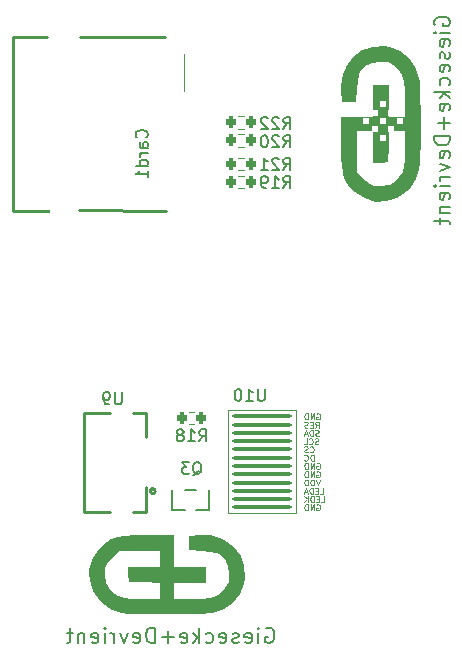
<source format=gbo>
%TF.GenerationSoftware,KiCad,Pcbnew,(6.0.7)*%
%TF.CreationDate,2022-08-03T19:32:55+08:00*%
%TF.ProjectId,Egret,45677265-742e-46b6-9963-61645f706362,rev?*%
%TF.SameCoordinates,Original*%
%TF.FileFunction,Legend,Bot*%
%TF.FilePolarity,Positive*%
%FSLAX46Y46*%
G04 Gerber Fmt 4.6, Leading zero omitted, Abs format (unit mm)*
G04 Created by KiCad (PCBNEW (6.0.7)) date 2022-08-03 19:32:55*
%MOMM*%
%LPD*%
G01*
G04 APERTURE LIST*
G04 Aperture macros list*
%AMRoundRect*
0 Rectangle with rounded corners*
0 $1 Rounding radius*
0 $2 $3 $4 $5 $6 $7 $8 $9 X,Y pos of 4 corners*
0 Add a 4 corners polygon primitive as box body*
4,1,4,$2,$3,$4,$5,$6,$7,$8,$9,$2,$3,0*
0 Add four circle primitives for the rounded corners*
1,1,$1+$1,$2,$3*
1,1,$1+$1,$4,$5*
1,1,$1+$1,$6,$7*
1,1,$1+$1,$8,$9*
0 Add four rect primitives between the rounded corners*
20,1,$1+$1,$2,$3,$4,$5,0*
20,1,$1+$1,$4,$5,$6,$7,0*
20,1,$1+$1,$6,$7,$8,$9,0*
20,1,$1+$1,$8,$9,$2,$3,0*%
G04 Aperture macros list end*
%ADD10C,0.100000*%
%ADD11C,0.200000*%
%ADD12C,0.300000*%
%ADD13C,0.150000*%
%ADD14C,0.120000*%
%ADD15C,0.152000*%
%ADD16C,0.254000*%
%ADD17C,0.102000*%
%ADD18C,0.650000*%
%ADD19O,2.100000X1.000000*%
%ADD20O,1.900000X1.000000*%
%ADD21C,0.610000*%
%ADD22RoundRect,0.200000X-0.200000X-0.275000X0.200000X-0.275000X0.200000X0.275000X-0.200000X0.275000X0*%
%ADD23R,0.532000X1.070000*%
%ADD24R,1.500000X0.300000*%
%ADD25R,1.500000X2.000000*%
%ADD26C,1.000000*%
%ADD27R,1.600000X0.700000*%
%ADD28R,1.500000X1.200000*%
%ADD29R,2.200000X1.200000*%
%ADD30R,1.500000X1.600000*%
%ADD31RoundRect,0.087500X-2.412500X-0.087500X2.412500X-0.087500X2.412500X0.087500X-2.412500X0.087500X0*%
%ADD32RoundRect,0.200000X0.200000X0.275000X-0.200000X0.275000X-0.200000X-0.275000X0.200000X-0.275000X0*%
G04 APERTURE END LIST*
D10*
X160924285Y-119219090D02*
X160971904Y-119195280D01*
X161043333Y-119195280D01*
X161114761Y-119219090D01*
X161162380Y-119266709D01*
X161186190Y-119314328D01*
X161209999Y-119409566D01*
X161209999Y-119480994D01*
X161186190Y-119576232D01*
X161162380Y-119623851D01*
X161114761Y-119671470D01*
X161043333Y-119695280D01*
X160995713Y-119695280D01*
X160924285Y-119671470D01*
X160900475Y-119647661D01*
X160900475Y-119480994D01*
X160995713Y-119480994D01*
X160686190Y-119695280D02*
X160686190Y-119195280D01*
X160400475Y-119695280D01*
X160400475Y-119195280D01*
X160162380Y-119695280D02*
X160162380Y-119195280D01*
X160043333Y-119195280D01*
X159971904Y-119219090D01*
X159924285Y-119266709D01*
X159900475Y-119314328D01*
X159876666Y-119409566D01*
X159876666Y-119480994D01*
X159900475Y-119576232D01*
X159924285Y-119623851D01*
X159971904Y-119671470D01*
X160043333Y-119695280D01*
X160162380Y-119695280D01*
D11*
X170950000Y-78644285D02*
X170888095Y-78520476D01*
X170888095Y-78334761D01*
X170950000Y-78149047D01*
X171073809Y-78025238D01*
X171197619Y-77963333D01*
X171445238Y-77901428D01*
X171630952Y-77901428D01*
X171878571Y-77963333D01*
X172002380Y-78025238D01*
X172126190Y-78149047D01*
X172188095Y-78334761D01*
X172188095Y-78458571D01*
X172126190Y-78644285D01*
X172064285Y-78706190D01*
X171630952Y-78706190D01*
X171630952Y-78458571D01*
X172188095Y-79263333D02*
X171321428Y-79263333D01*
X170888095Y-79263333D02*
X170950000Y-79201428D01*
X171011904Y-79263333D01*
X170950000Y-79325238D01*
X170888095Y-79263333D01*
X171011904Y-79263333D01*
X172126190Y-80377619D02*
X172188095Y-80253809D01*
X172188095Y-80006190D01*
X172126190Y-79882380D01*
X172002380Y-79820476D01*
X171507142Y-79820476D01*
X171383333Y-79882380D01*
X171321428Y-80006190D01*
X171321428Y-80253809D01*
X171383333Y-80377619D01*
X171507142Y-80439523D01*
X171630952Y-80439523D01*
X171754761Y-79820476D01*
X172126190Y-80934761D02*
X172188095Y-81058571D01*
X172188095Y-81306190D01*
X172126190Y-81430000D01*
X172002380Y-81491904D01*
X171940476Y-81491904D01*
X171816666Y-81430000D01*
X171754761Y-81306190D01*
X171754761Y-81120476D01*
X171692857Y-80996666D01*
X171569047Y-80934761D01*
X171507142Y-80934761D01*
X171383333Y-80996666D01*
X171321428Y-81120476D01*
X171321428Y-81306190D01*
X171383333Y-81430000D01*
X172126190Y-82544285D02*
X172188095Y-82420476D01*
X172188095Y-82172857D01*
X172126190Y-82049047D01*
X172002380Y-81987142D01*
X171507142Y-81987142D01*
X171383333Y-82049047D01*
X171321428Y-82172857D01*
X171321428Y-82420476D01*
X171383333Y-82544285D01*
X171507142Y-82606190D01*
X171630952Y-82606190D01*
X171754761Y-81987142D01*
X172126190Y-83720476D02*
X172188095Y-83596666D01*
X172188095Y-83349047D01*
X172126190Y-83225238D01*
X172064285Y-83163333D01*
X171940476Y-83101428D01*
X171569047Y-83101428D01*
X171445238Y-83163333D01*
X171383333Y-83225238D01*
X171321428Y-83349047D01*
X171321428Y-83596666D01*
X171383333Y-83720476D01*
X172188095Y-84277619D02*
X170888095Y-84277619D01*
X171692857Y-84401428D02*
X172188095Y-84772857D01*
X171321428Y-84772857D02*
X171816666Y-84277619D01*
X172126190Y-85825238D02*
X172188095Y-85701428D01*
X172188095Y-85453809D01*
X172126190Y-85330000D01*
X172002380Y-85268095D01*
X171507142Y-85268095D01*
X171383333Y-85330000D01*
X171321428Y-85453809D01*
X171321428Y-85701428D01*
X171383333Y-85825238D01*
X171507142Y-85887142D01*
X171630952Y-85887142D01*
X171754761Y-85268095D01*
X171692857Y-86444285D02*
X171692857Y-87434761D01*
X172188095Y-86939523D02*
X171197619Y-86939523D01*
X172188095Y-88053809D02*
X170888095Y-88053809D01*
X170888095Y-88363333D01*
X170950000Y-88549047D01*
X171073809Y-88672857D01*
X171197619Y-88734761D01*
X171445238Y-88796666D01*
X171630952Y-88796666D01*
X171878571Y-88734761D01*
X172002380Y-88672857D01*
X172126190Y-88549047D01*
X172188095Y-88363333D01*
X172188095Y-88053809D01*
X172126190Y-89849047D02*
X172188095Y-89725238D01*
X172188095Y-89477619D01*
X172126190Y-89353809D01*
X172002380Y-89291904D01*
X171507142Y-89291904D01*
X171383333Y-89353809D01*
X171321428Y-89477619D01*
X171321428Y-89725238D01*
X171383333Y-89849047D01*
X171507142Y-89910952D01*
X171630952Y-89910952D01*
X171754761Y-89291904D01*
X171321428Y-90344285D02*
X172188095Y-90653809D01*
X171321428Y-90963333D01*
X172188095Y-91458571D02*
X171321428Y-91458571D01*
X171569047Y-91458571D02*
X171445238Y-91520476D01*
X171383333Y-91582380D01*
X171321428Y-91706190D01*
X171321428Y-91830000D01*
X172188095Y-92263333D02*
X171321428Y-92263333D01*
X170888095Y-92263333D02*
X170950000Y-92201428D01*
X171011904Y-92263333D01*
X170950000Y-92325238D01*
X170888095Y-92263333D01*
X171011904Y-92263333D01*
X172126190Y-93377619D02*
X172188095Y-93253809D01*
X172188095Y-93006190D01*
X172126190Y-92882380D01*
X172002380Y-92820476D01*
X171507142Y-92820476D01*
X171383333Y-92882380D01*
X171321428Y-93006190D01*
X171321428Y-93253809D01*
X171383333Y-93377619D01*
X171507142Y-93439523D01*
X171630952Y-93439523D01*
X171754761Y-92820476D01*
X171321428Y-93996666D02*
X172188095Y-93996666D01*
X171445238Y-93996666D02*
X171383333Y-94058571D01*
X171321428Y-94182380D01*
X171321428Y-94368095D01*
X171383333Y-94491904D01*
X171507142Y-94553809D01*
X172188095Y-94553809D01*
X171321428Y-94987142D02*
X171321428Y-95482380D01*
X170888095Y-95172857D02*
X172002380Y-95172857D01*
X172126190Y-95234761D01*
X172188095Y-95358571D01*
X172188095Y-95482380D01*
D10*
X160805237Y-112704380D02*
X160971904Y-112466285D01*
X161090952Y-112704380D02*
X161090952Y-112204380D01*
X160900475Y-112204380D01*
X160852856Y-112228190D01*
X160829047Y-112251999D01*
X160805237Y-112299618D01*
X160805237Y-112371047D01*
X160829047Y-112418666D01*
X160852856Y-112442475D01*
X160900475Y-112466285D01*
X161090952Y-112466285D01*
X160590952Y-112442475D02*
X160424285Y-112442475D01*
X160352856Y-112704380D02*
X160590952Y-112704380D01*
X160590952Y-112204380D01*
X160352856Y-112204380D01*
X160162380Y-112680570D02*
X160090952Y-112704380D01*
X159971904Y-112704380D01*
X159924285Y-112680570D01*
X159900475Y-112656761D01*
X159876666Y-112609142D01*
X159876666Y-112561523D01*
X159900475Y-112513904D01*
X159924285Y-112490094D01*
X159971904Y-112466285D01*
X160067142Y-112442475D01*
X160114761Y-112418666D01*
X160138571Y-112394856D01*
X160162380Y-112347237D01*
X160162380Y-112299618D01*
X160138571Y-112251999D01*
X160114761Y-112228190D01*
X160067142Y-112204380D01*
X159948094Y-112204380D01*
X159876666Y-112228190D01*
X161281428Y-118996190D02*
X161519523Y-118996190D01*
X161519523Y-118496190D01*
X161114761Y-118734285D02*
X160948095Y-118734285D01*
X160876666Y-118996190D02*
X161114761Y-118996190D01*
X161114761Y-118496190D01*
X160876666Y-118496190D01*
X160662380Y-118996190D02*
X160662380Y-118496190D01*
X160543333Y-118496190D01*
X160471904Y-118520000D01*
X160424285Y-118567619D01*
X160400476Y-118615238D01*
X160376666Y-118710476D01*
X160376666Y-118781904D01*
X160400476Y-118877142D01*
X160424285Y-118924761D01*
X160471904Y-118972380D01*
X160543333Y-118996190D01*
X160662380Y-118996190D01*
X160162380Y-118996190D02*
X160162380Y-118496190D01*
X159876666Y-118996190D02*
X160090952Y-118710476D01*
X159876666Y-118496190D02*
X160162380Y-118781904D01*
X161090951Y-113379660D02*
X161019523Y-113403470D01*
X160900475Y-113403470D01*
X160852856Y-113379660D01*
X160829047Y-113355851D01*
X160805237Y-113308232D01*
X160805237Y-113260613D01*
X160829047Y-113212994D01*
X160852856Y-113189184D01*
X160900475Y-113165375D01*
X160995713Y-113141565D01*
X161043332Y-113117756D01*
X161067142Y-113093946D01*
X161090951Y-113046327D01*
X161090951Y-112998708D01*
X161067142Y-112951089D01*
X161043332Y-112927280D01*
X160995713Y-112903470D01*
X160876666Y-112903470D01*
X160805237Y-112927280D01*
X160590951Y-113403470D02*
X160590951Y-112903470D01*
X160471904Y-112903470D01*
X160400475Y-112927280D01*
X160352856Y-112974899D01*
X160329047Y-113022518D01*
X160305237Y-113117756D01*
X160305237Y-113189184D01*
X160329047Y-113284422D01*
X160352856Y-113332041D01*
X160400475Y-113379660D01*
X160471904Y-113403470D01*
X160590951Y-113403470D01*
X160114761Y-113260613D02*
X159876666Y-113260613D01*
X160162380Y-113403470D02*
X159995713Y-112903470D01*
X159829047Y-113403470D01*
X161067142Y-114078750D02*
X160995713Y-114102560D01*
X160876665Y-114102560D01*
X160829046Y-114078750D01*
X160805237Y-114054941D01*
X160781427Y-114007322D01*
X160781427Y-113959703D01*
X160805237Y-113912084D01*
X160829046Y-113888274D01*
X160876665Y-113864465D01*
X160971904Y-113840655D01*
X161019523Y-113816846D01*
X161043332Y-113793036D01*
X161067142Y-113745417D01*
X161067142Y-113697798D01*
X161043332Y-113650179D01*
X161019523Y-113626370D01*
X160971904Y-113602560D01*
X160852856Y-113602560D01*
X160781427Y-113626370D01*
X160281427Y-114054941D02*
X160305237Y-114078750D01*
X160376665Y-114102560D01*
X160424284Y-114102560D01*
X160495713Y-114078750D01*
X160543332Y-114031131D01*
X160567142Y-113983512D01*
X160590951Y-113888274D01*
X160590951Y-113816846D01*
X160567142Y-113721608D01*
X160543332Y-113673989D01*
X160495713Y-113626370D01*
X160424284Y-113602560D01*
X160376665Y-113602560D01*
X160305237Y-113626370D01*
X160281427Y-113650179D01*
X159829046Y-114102560D02*
X160067142Y-114102560D01*
X160067142Y-113602560D01*
X160924285Y-116422730D02*
X160971904Y-116398920D01*
X161043333Y-116398920D01*
X161114761Y-116422730D01*
X161162380Y-116470349D01*
X161186190Y-116517968D01*
X161209999Y-116613206D01*
X161209999Y-116684634D01*
X161186190Y-116779872D01*
X161162380Y-116827491D01*
X161114761Y-116875110D01*
X161043333Y-116898920D01*
X160995713Y-116898920D01*
X160924285Y-116875110D01*
X160900475Y-116851301D01*
X160900475Y-116684634D01*
X160995713Y-116684634D01*
X160686190Y-116898920D02*
X160686190Y-116398920D01*
X160400475Y-116898920D01*
X160400475Y-116398920D01*
X160162380Y-116898920D02*
X160162380Y-116398920D01*
X160043333Y-116398920D01*
X159971904Y-116422730D01*
X159924285Y-116470349D01*
X159900475Y-116517968D01*
X159876666Y-116613206D01*
X159876666Y-116684634D01*
X159900475Y-116779872D01*
X159924285Y-116827491D01*
X159971904Y-116875110D01*
X160043333Y-116898920D01*
X160162380Y-116898920D01*
X160352856Y-114754031D02*
X160376665Y-114777840D01*
X160448094Y-114801650D01*
X160495713Y-114801650D01*
X160567142Y-114777840D01*
X160614761Y-114730221D01*
X160638570Y-114682602D01*
X160662380Y-114587364D01*
X160662380Y-114515936D01*
X160638570Y-114420698D01*
X160614761Y-114373079D01*
X160567142Y-114325460D01*
X160495713Y-114301650D01*
X160448094Y-114301650D01*
X160376665Y-114325460D01*
X160352856Y-114349269D01*
X160162380Y-114777840D02*
X160090951Y-114801650D01*
X159971903Y-114801650D01*
X159924284Y-114777840D01*
X159900475Y-114754031D01*
X159876665Y-114706412D01*
X159876665Y-114658793D01*
X159900475Y-114611174D01*
X159924284Y-114587364D01*
X159971903Y-114563555D01*
X160067142Y-114539745D01*
X160114761Y-114515936D01*
X160138570Y-114492126D01*
X160162380Y-114444507D01*
X160162380Y-114396888D01*
X160138570Y-114349269D01*
X160114761Y-114325460D01*
X160067142Y-114301650D01*
X159948094Y-114301650D01*
X159876665Y-114325460D01*
X160924285Y-115723640D02*
X160971904Y-115699830D01*
X161043333Y-115699830D01*
X161114761Y-115723640D01*
X161162380Y-115771259D01*
X161186190Y-115818878D01*
X161209999Y-115914116D01*
X161209999Y-115985544D01*
X161186190Y-116080782D01*
X161162380Y-116128401D01*
X161114761Y-116176020D01*
X161043333Y-116199830D01*
X160995713Y-116199830D01*
X160924285Y-116176020D01*
X160900475Y-116152211D01*
X160900475Y-115985544D01*
X160995713Y-115985544D01*
X160686190Y-116199830D02*
X160686190Y-115699830D01*
X160400475Y-116199830D01*
X160400475Y-115699830D01*
X160162380Y-116199830D02*
X160162380Y-115699830D01*
X160043333Y-115699830D01*
X159971904Y-115723640D01*
X159924285Y-115771259D01*
X159900475Y-115818878D01*
X159876666Y-115914116D01*
X159876666Y-115985544D01*
X159900475Y-116080782D01*
X159924285Y-116128401D01*
X159971904Y-116176020D01*
X160043333Y-116199830D01*
X160162380Y-116199830D01*
X161162380Y-117098010D02*
X160995714Y-117598010D01*
X160829047Y-117098010D01*
X160662380Y-117598010D02*
X160662380Y-117098010D01*
X160543333Y-117098010D01*
X160471904Y-117121820D01*
X160424285Y-117169439D01*
X160400475Y-117217058D01*
X160376666Y-117312296D01*
X160376666Y-117383724D01*
X160400475Y-117478962D01*
X160424285Y-117526581D01*
X160471904Y-117574200D01*
X160543333Y-117598010D01*
X160662380Y-117598010D01*
X160162380Y-117598010D02*
X160162380Y-117098010D01*
X160043333Y-117098010D01*
X159971904Y-117121820D01*
X159924285Y-117169439D01*
X159900475Y-117217058D01*
X159876666Y-117312296D01*
X159876666Y-117383724D01*
X159900475Y-117478962D01*
X159924285Y-117526581D01*
X159971904Y-117574200D01*
X160043333Y-117598010D01*
X160162380Y-117598010D01*
D11*
X156605714Y-129710000D02*
X156729523Y-129648095D01*
X156915238Y-129648095D01*
X157100952Y-129710000D01*
X157224761Y-129833809D01*
X157286666Y-129957619D01*
X157348571Y-130205238D01*
X157348571Y-130390952D01*
X157286666Y-130638571D01*
X157224761Y-130762380D01*
X157100952Y-130886190D01*
X156915238Y-130948095D01*
X156791428Y-130948095D01*
X156605714Y-130886190D01*
X156543809Y-130824285D01*
X156543809Y-130390952D01*
X156791428Y-130390952D01*
X155986666Y-130948095D02*
X155986666Y-130081428D01*
X155986666Y-129648095D02*
X156048571Y-129710000D01*
X155986666Y-129771904D01*
X155924761Y-129710000D01*
X155986666Y-129648095D01*
X155986666Y-129771904D01*
X154872380Y-130886190D02*
X154996190Y-130948095D01*
X155243809Y-130948095D01*
X155367619Y-130886190D01*
X155429523Y-130762380D01*
X155429523Y-130267142D01*
X155367619Y-130143333D01*
X155243809Y-130081428D01*
X154996190Y-130081428D01*
X154872380Y-130143333D01*
X154810476Y-130267142D01*
X154810476Y-130390952D01*
X155429523Y-130514761D01*
X154315238Y-130886190D02*
X154191428Y-130948095D01*
X153943809Y-130948095D01*
X153820000Y-130886190D01*
X153758095Y-130762380D01*
X153758095Y-130700476D01*
X153820000Y-130576666D01*
X153943809Y-130514761D01*
X154129523Y-130514761D01*
X154253333Y-130452857D01*
X154315238Y-130329047D01*
X154315238Y-130267142D01*
X154253333Y-130143333D01*
X154129523Y-130081428D01*
X153943809Y-130081428D01*
X153820000Y-130143333D01*
X152705714Y-130886190D02*
X152829523Y-130948095D01*
X153077142Y-130948095D01*
X153200952Y-130886190D01*
X153262857Y-130762380D01*
X153262857Y-130267142D01*
X153200952Y-130143333D01*
X153077142Y-130081428D01*
X152829523Y-130081428D01*
X152705714Y-130143333D01*
X152643809Y-130267142D01*
X152643809Y-130390952D01*
X153262857Y-130514761D01*
X151529523Y-130886190D02*
X151653333Y-130948095D01*
X151900952Y-130948095D01*
X152024761Y-130886190D01*
X152086666Y-130824285D01*
X152148571Y-130700476D01*
X152148571Y-130329047D01*
X152086666Y-130205238D01*
X152024761Y-130143333D01*
X151900952Y-130081428D01*
X151653333Y-130081428D01*
X151529523Y-130143333D01*
X150972380Y-130948095D02*
X150972380Y-129648095D01*
X150848571Y-130452857D02*
X150477142Y-130948095D01*
X150477142Y-130081428D02*
X150972380Y-130576666D01*
X149424761Y-130886190D02*
X149548571Y-130948095D01*
X149796190Y-130948095D01*
X149920000Y-130886190D01*
X149981904Y-130762380D01*
X149981904Y-130267142D01*
X149920000Y-130143333D01*
X149796190Y-130081428D01*
X149548571Y-130081428D01*
X149424761Y-130143333D01*
X149362857Y-130267142D01*
X149362857Y-130390952D01*
X149981904Y-130514761D01*
X148805714Y-130452857D02*
X147815238Y-130452857D01*
X148310476Y-130948095D02*
X148310476Y-129957619D01*
X147196190Y-130948095D02*
X147196190Y-129648095D01*
X146886666Y-129648095D01*
X146700952Y-129710000D01*
X146577142Y-129833809D01*
X146515238Y-129957619D01*
X146453333Y-130205238D01*
X146453333Y-130390952D01*
X146515238Y-130638571D01*
X146577142Y-130762380D01*
X146700952Y-130886190D01*
X146886666Y-130948095D01*
X147196190Y-130948095D01*
X145400952Y-130886190D02*
X145524761Y-130948095D01*
X145772380Y-130948095D01*
X145896190Y-130886190D01*
X145958095Y-130762380D01*
X145958095Y-130267142D01*
X145896190Y-130143333D01*
X145772380Y-130081428D01*
X145524761Y-130081428D01*
X145400952Y-130143333D01*
X145339047Y-130267142D01*
X145339047Y-130390952D01*
X145958095Y-130514761D01*
X144905714Y-130081428D02*
X144596190Y-130948095D01*
X144286666Y-130081428D01*
X143791428Y-130948095D02*
X143791428Y-130081428D01*
X143791428Y-130329047D02*
X143729523Y-130205238D01*
X143667619Y-130143333D01*
X143543809Y-130081428D01*
X143420000Y-130081428D01*
X142986666Y-130948095D02*
X142986666Y-130081428D01*
X142986666Y-129648095D02*
X143048571Y-129710000D01*
X142986666Y-129771904D01*
X142924761Y-129710000D01*
X142986666Y-129648095D01*
X142986666Y-129771904D01*
X141872380Y-130886190D02*
X141996190Y-130948095D01*
X142243809Y-130948095D01*
X142367619Y-130886190D01*
X142429523Y-130762380D01*
X142429523Y-130267142D01*
X142367619Y-130143333D01*
X142243809Y-130081428D01*
X141996190Y-130081428D01*
X141872380Y-130143333D01*
X141810476Y-130267142D01*
X141810476Y-130390952D01*
X142429523Y-130514761D01*
X141253333Y-130081428D02*
X141253333Y-130948095D01*
X141253333Y-130205238D02*
X141191428Y-130143333D01*
X141067619Y-130081428D01*
X140881904Y-130081428D01*
X140758095Y-130143333D01*
X140696190Y-130267142D01*
X140696190Y-130948095D01*
X140262857Y-130081428D02*
X139767619Y-130081428D01*
X140077142Y-129648095D02*
X140077142Y-130762380D01*
X140015238Y-130886190D01*
X139891428Y-130948095D01*
X139767619Y-130948095D01*
D10*
X161209999Y-118297100D02*
X161448094Y-118297100D01*
X161448094Y-117797100D01*
X161043332Y-118035195D02*
X160876665Y-118035195D01*
X160805237Y-118297100D02*
X161043332Y-118297100D01*
X161043332Y-117797100D01*
X160805237Y-117797100D01*
X160590951Y-118297100D02*
X160590951Y-117797100D01*
X160471904Y-117797100D01*
X160400475Y-117820910D01*
X160352856Y-117868529D01*
X160329046Y-117916148D01*
X160305237Y-118011386D01*
X160305237Y-118082814D01*
X160329046Y-118178052D01*
X160352856Y-118225671D01*
X160400475Y-118273290D01*
X160471904Y-118297100D01*
X160590951Y-118297100D01*
X160114761Y-118154243D02*
X159876665Y-118154243D01*
X160162380Y-118297100D02*
X159995713Y-117797100D01*
X159829046Y-118297100D01*
X160924285Y-111529100D02*
X160971904Y-111505290D01*
X161043333Y-111505290D01*
X161114761Y-111529100D01*
X161162380Y-111576719D01*
X161186190Y-111624338D01*
X161209999Y-111719576D01*
X161209999Y-111791004D01*
X161186190Y-111886242D01*
X161162380Y-111933861D01*
X161114761Y-111981480D01*
X161043333Y-112005290D01*
X160995713Y-112005290D01*
X160924285Y-111981480D01*
X160900475Y-111957671D01*
X160900475Y-111791004D01*
X160995713Y-111791004D01*
X160686190Y-112005290D02*
X160686190Y-111505290D01*
X160400475Y-112005290D01*
X160400475Y-111505290D01*
X160162380Y-112005290D02*
X160162380Y-111505290D01*
X160043333Y-111505290D01*
X159971904Y-111529100D01*
X159924285Y-111576719D01*
X159900475Y-111624338D01*
X159876666Y-111719576D01*
X159876666Y-111791004D01*
X159900475Y-111886242D01*
X159924285Y-111933861D01*
X159971904Y-111981480D01*
X160043333Y-112005290D01*
X160162380Y-112005290D01*
X160662380Y-115500740D02*
X160662380Y-115000740D01*
X160543332Y-115000740D01*
X160471904Y-115024550D01*
X160424285Y-115072169D01*
X160400475Y-115119788D01*
X160376666Y-115215026D01*
X160376666Y-115286454D01*
X160400475Y-115381692D01*
X160424285Y-115429311D01*
X160471904Y-115476930D01*
X160543332Y-115500740D01*
X160662380Y-115500740D01*
X159876666Y-115453121D02*
X159900475Y-115476930D01*
X159971904Y-115500740D01*
X160019523Y-115500740D01*
X160090951Y-115476930D01*
X160138570Y-115429311D01*
X160162380Y-115381692D01*
X160186189Y-115286454D01*
X160186189Y-115215026D01*
X160162380Y-115119788D01*
X160138570Y-115072169D01*
X160090951Y-115024550D01*
X160019523Y-115000740D01*
X159971904Y-115000740D01*
X159900475Y-115024550D01*
X159876666Y-115048359D01*
D12*
%TO.C,*%
D13*
%TO.C,R20*%
X158102857Y-88952380D02*
X158436190Y-88476190D01*
X158674285Y-88952380D02*
X158674285Y-87952380D01*
X158293333Y-87952380D01*
X158198095Y-88000000D01*
X158150476Y-88047619D01*
X158102857Y-88142857D01*
X158102857Y-88285714D01*
X158150476Y-88380952D01*
X158198095Y-88428571D01*
X158293333Y-88476190D01*
X158674285Y-88476190D01*
X157721904Y-88047619D02*
X157674285Y-88000000D01*
X157579047Y-87952380D01*
X157340952Y-87952380D01*
X157245714Y-88000000D01*
X157198095Y-88047619D01*
X157150476Y-88142857D01*
X157150476Y-88238095D01*
X157198095Y-88380952D01*
X157769523Y-88952380D01*
X157150476Y-88952380D01*
X156531428Y-87952380D02*
X156436190Y-87952380D01*
X156340952Y-88000000D01*
X156293333Y-88047619D01*
X156245714Y-88142857D01*
X156198095Y-88333333D01*
X156198095Y-88571428D01*
X156245714Y-88761904D01*
X156293333Y-88857142D01*
X156340952Y-88904761D01*
X156436190Y-88952380D01*
X156531428Y-88952380D01*
X156626666Y-88904761D01*
X156674285Y-88857142D01*
X156721904Y-88761904D01*
X156769523Y-88571428D01*
X156769523Y-88333333D01*
X156721904Y-88142857D01*
X156674285Y-88047619D01*
X156626666Y-88000000D01*
X156531428Y-87952380D01*
%TO.C,Q3*%
X150422738Y-116727619D02*
X150517976Y-116680000D01*
X150613214Y-116584761D01*
X150756071Y-116441904D01*
X150851309Y-116394285D01*
X150946547Y-116394285D01*
X150898928Y-116632380D02*
X150994166Y-116584761D01*
X151089404Y-116489523D01*
X151137023Y-116299047D01*
X151137023Y-115965714D01*
X151089404Y-115775238D01*
X150994166Y-115680000D01*
X150898928Y-115632380D01*
X150708452Y-115632380D01*
X150613214Y-115680000D01*
X150517976Y-115775238D01*
X150470357Y-115965714D01*
X150470357Y-116299047D01*
X150517976Y-116489523D01*
X150613214Y-116584761D01*
X150708452Y-116632380D01*
X150898928Y-116632380D01*
X150137023Y-115632380D02*
X149517976Y-115632380D01*
X149851309Y-116013333D01*
X149708452Y-116013333D01*
X149613214Y-116060952D01*
X149565595Y-116108571D01*
X149517976Y-116203809D01*
X149517976Y-116441904D01*
X149565595Y-116537142D01*
X149613214Y-116584761D01*
X149708452Y-116632380D01*
X149994166Y-116632380D01*
X150089404Y-116584761D01*
X150137023Y-116537142D01*
D12*
%TO.C,*%
D13*
%TO.C,U9*%
X144409404Y-109712380D02*
X144409404Y-110521904D01*
X144361785Y-110617142D01*
X144314166Y-110664761D01*
X144218928Y-110712380D01*
X144028452Y-110712380D01*
X143933214Y-110664761D01*
X143885595Y-110617142D01*
X143837976Y-110521904D01*
X143837976Y-109712380D01*
X143314166Y-110712380D02*
X143123690Y-110712380D01*
X143028452Y-110664761D01*
X142980833Y-110617142D01*
X142885595Y-110474285D01*
X142837976Y-110283809D01*
X142837976Y-109902857D01*
X142885595Y-109807619D01*
X142933214Y-109760000D01*
X143028452Y-109712380D01*
X143218928Y-109712380D01*
X143314166Y-109760000D01*
X143361785Y-109807619D01*
X143409404Y-109902857D01*
X143409404Y-110140952D01*
X143361785Y-110236190D01*
X143314166Y-110283809D01*
X143218928Y-110331428D01*
X143028452Y-110331428D01*
X142933214Y-110283809D01*
X142885595Y-110236190D01*
X142837976Y-110140952D01*
%TO.C,Card1*%
X146512142Y-88136071D02*
X146559761Y-88088452D01*
X146607380Y-87945595D01*
X146607380Y-87850357D01*
X146559761Y-87707500D01*
X146464523Y-87612261D01*
X146369285Y-87564642D01*
X146178809Y-87517023D01*
X146035952Y-87517023D01*
X145845476Y-87564642D01*
X145750238Y-87612261D01*
X145655000Y-87707500D01*
X145607380Y-87850357D01*
X145607380Y-87945595D01*
X145655000Y-88088452D01*
X145702619Y-88136071D01*
X146607380Y-88993214D02*
X146083571Y-88993214D01*
X145988333Y-88945595D01*
X145940714Y-88850357D01*
X145940714Y-88659880D01*
X145988333Y-88564642D01*
X146559761Y-88993214D02*
X146607380Y-88897976D01*
X146607380Y-88659880D01*
X146559761Y-88564642D01*
X146464523Y-88517023D01*
X146369285Y-88517023D01*
X146274047Y-88564642D01*
X146226428Y-88659880D01*
X146226428Y-88897976D01*
X146178809Y-88993214D01*
X146607380Y-89469404D02*
X145940714Y-89469404D01*
X146131190Y-89469404D02*
X146035952Y-89517023D01*
X145988333Y-89564642D01*
X145940714Y-89659880D01*
X145940714Y-89755119D01*
X146607380Y-90517023D02*
X145607380Y-90517023D01*
X146559761Y-90517023D02*
X146607380Y-90421785D01*
X146607380Y-90231309D01*
X146559761Y-90136071D01*
X146512142Y-90088452D01*
X146416904Y-90040833D01*
X146131190Y-90040833D01*
X146035952Y-90088452D01*
X145988333Y-90136071D01*
X145940714Y-90231309D01*
X145940714Y-90421785D01*
X145988333Y-90517023D01*
X146607380Y-91517023D02*
X146607380Y-90945595D01*
X146607380Y-91231309D02*
X145607380Y-91231309D01*
X145750238Y-91136071D01*
X145845476Y-91040833D01*
X145893095Y-90945595D01*
%TO.C,U10*%
X156508095Y-109432380D02*
X156508095Y-110241904D01*
X156460476Y-110337142D01*
X156412857Y-110384761D01*
X156317619Y-110432380D01*
X156127142Y-110432380D01*
X156031904Y-110384761D01*
X155984285Y-110337142D01*
X155936666Y-110241904D01*
X155936666Y-109432380D01*
X154936666Y-110432380D02*
X155508095Y-110432380D01*
X155222380Y-110432380D02*
X155222380Y-109432380D01*
X155317619Y-109575238D01*
X155412857Y-109670476D01*
X155508095Y-109718095D01*
X154317619Y-109432380D02*
X154222380Y-109432380D01*
X154127142Y-109480000D01*
X154079523Y-109527619D01*
X154031904Y-109622857D01*
X153984285Y-109813333D01*
X153984285Y-110051428D01*
X154031904Y-110241904D01*
X154079523Y-110337142D01*
X154127142Y-110384761D01*
X154222380Y-110432380D01*
X154317619Y-110432380D01*
X154412857Y-110384761D01*
X154460476Y-110337142D01*
X154508095Y-110241904D01*
X154555714Y-110051428D01*
X154555714Y-109813333D01*
X154508095Y-109622857D01*
X154460476Y-109527619D01*
X154412857Y-109480000D01*
X154317619Y-109432380D01*
%TO.C,R21*%
X158092857Y-90884380D02*
X158426190Y-90408190D01*
X158664285Y-90884380D02*
X158664285Y-89884380D01*
X158283333Y-89884380D01*
X158188095Y-89932000D01*
X158140476Y-89979619D01*
X158092857Y-90074857D01*
X158092857Y-90217714D01*
X158140476Y-90312952D01*
X158188095Y-90360571D01*
X158283333Y-90408190D01*
X158664285Y-90408190D01*
X157711904Y-89979619D02*
X157664285Y-89932000D01*
X157569047Y-89884380D01*
X157330952Y-89884380D01*
X157235714Y-89932000D01*
X157188095Y-89979619D01*
X157140476Y-90074857D01*
X157140476Y-90170095D01*
X157188095Y-90312952D01*
X157759523Y-90884380D01*
X157140476Y-90884380D01*
X156188095Y-90884380D02*
X156759523Y-90884380D01*
X156473809Y-90884380D02*
X156473809Y-89884380D01*
X156569047Y-90027238D01*
X156664285Y-90122476D01*
X156759523Y-90170095D01*
%TO.C,R22*%
X158102857Y-87432380D02*
X158436190Y-86956190D01*
X158674285Y-87432380D02*
X158674285Y-86432380D01*
X158293333Y-86432380D01*
X158198095Y-86480000D01*
X158150476Y-86527619D01*
X158102857Y-86622857D01*
X158102857Y-86765714D01*
X158150476Y-86860952D01*
X158198095Y-86908571D01*
X158293333Y-86956190D01*
X158674285Y-86956190D01*
X157721904Y-86527619D02*
X157674285Y-86480000D01*
X157579047Y-86432380D01*
X157340952Y-86432380D01*
X157245714Y-86480000D01*
X157198095Y-86527619D01*
X157150476Y-86622857D01*
X157150476Y-86718095D01*
X157198095Y-86860952D01*
X157769523Y-87432380D01*
X157150476Y-87432380D01*
X156769523Y-86527619D02*
X156721904Y-86480000D01*
X156626666Y-86432380D01*
X156388571Y-86432380D01*
X156293333Y-86480000D01*
X156245714Y-86527619D01*
X156198095Y-86622857D01*
X156198095Y-86718095D01*
X156245714Y-86860952D01*
X156817142Y-87432380D01*
X156198095Y-87432380D01*
%TO.C,R18*%
X150986190Y-113861480D02*
X151319523Y-113385290D01*
X151557618Y-113861480D02*
X151557618Y-112861480D01*
X151176666Y-112861480D01*
X151081428Y-112909100D01*
X151033809Y-112956719D01*
X150986190Y-113051957D01*
X150986190Y-113194814D01*
X151033809Y-113290052D01*
X151081428Y-113337671D01*
X151176666Y-113385290D01*
X151557618Y-113385290D01*
X150033809Y-113861480D02*
X150605237Y-113861480D01*
X150319523Y-113861480D02*
X150319523Y-112861480D01*
X150414761Y-113004338D01*
X150509999Y-113099576D01*
X150605237Y-113147195D01*
X149462380Y-113290052D02*
X149557618Y-113242433D01*
X149605237Y-113194814D01*
X149652856Y-113099576D01*
X149652856Y-113051957D01*
X149605237Y-112956719D01*
X149557618Y-112909100D01*
X149462380Y-112861480D01*
X149271904Y-112861480D01*
X149176666Y-112909100D01*
X149129047Y-112956719D01*
X149081428Y-113051957D01*
X149081428Y-113099576D01*
X149129047Y-113194814D01*
X149176666Y-113242433D01*
X149271904Y-113290052D01*
X149462380Y-113290052D01*
X149557618Y-113337671D01*
X149605237Y-113385290D01*
X149652856Y-113480528D01*
X149652856Y-113671004D01*
X149605237Y-113766242D01*
X149557618Y-113813861D01*
X149462380Y-113861480D01*
X149271904Y-113861480D01*
X149176666Y-113813861D01*
X149129047Y-113766242D01*
X149081428Y-113671004D01*
X149081428Y-113480528D01*
X149129047Y-113385290D01*
X149176666Y-113337671D01*
X149271904Y-113290052D01*
%TO.C,R19*%
X158092857Y-92414380D02*
X158426190Y-91938190D01*
X158664285Y-92414380D02*
X158664285Y-91414380D01*
X158283333Y-91414380D01*
X158188095Y-91462000D01*
X158140476Y-91509619D01*
X158092857Y-91604857D01*
X158092857Y-91747714D01*
X158140476Y-91842952D01*
X158188095Y-91890571D01*
X158283333Y-91938190D01*
X158664285Y-91938190D01*
X157140476Y-92414380D02*
X157711904Y-92414380D01*
X157426190Y-92414380D02*
X157426190Y-91414380D01*
X157521428Y-91557238D01*
X157616666Y-91652476D01*
X157711904Y-91700095D01*
X156664285Y-92414380D02*
X156473809Y-92414380D01*
X156378571Y-92366761D01*
X156330952Y-92319142D01*
X156235714Y-92176285D01*
X156188095Y-91985809D01*
X156188095Y-91604857D01*
X156235714Y-91509619D01*
X156283333Y-91462000D01*
X156378571Y-91414380D01*
X156569047Y-91414380D01*
X156664285Y-91462000D01*
X156711904Y-91509619D01*
X156759523Y-91604857D01*
X156759523Y-91842952D01*
X156711904Y-91938190D01*
X156664285Y-91985809D01*
X156569047Y-92033428D01*
X156378571Y-92033428D01*
X156283333Y-91985809D01*
X156235714Y-91938190D01*
X156188095Y-91842952D01*
%TO.C,*%
G36*
X151106696Y-127178202D02*
G01*
X151871794Y-127099582D01*
X152438724Y-126939403D01*
X152863234Y-126680216D01*
X153201073Y-126304571D01*
X153461378Y-125735385D01*
X153536008Y-125062381D01*
X153427500Y-124390718D01*
X153150523Y-123808769D01*
X152719746Y-123404903D01*
X152705284Y-123397149D01*
X152373718Y-123293069D01*
X151855367Y-123200059D01*
X151255917Y-123137430D01*
X150128698Y-123061006D01*
X150128698Y-121858639D01*
X151164229Y-121813719D01*
X151434550Y-121804895D01*
X152003743Y-121826393D01*
X152474436Y-121934325D01*
X152990345Y-122155596D01*
X153100445Y-122211526D01*
X153910602Y-122791893D01*
X154475737Y-123541004D01*
X154785876Y-124440880D01*
X154831043Y-125473536D01*
X154753651Y-125945891D01*
X154401864Y-126800022D01*
X153821024Y-127522201D01*
X153054291Y-128065668D01*
X152144830Y-128383661D01*
X151818880Y-128425808D01*
X151192216Y-128467886D01*
X150375701Y-128498751D01*
X149430463Y-128518320D01*
X148417630Y-128526511D01*
X147398331Y-128523244D01*
X146433696Y-128508435D01*
X145584852Y-128482002D01*
X144912928Y-128443865D01*
X144479054Y-128393940D01*
X143561204Y-128104824D01*
X142759154Y-127571279D01*
X142147737Y-126805887D01*
X142001814Y-126533816D01*
X141695205Y-125595412D01*
X141686803Y-125034745D01*
X142990206Y-125034745D01*
X142990509Y-125076527D01*
X143123447Y-125879956D01*
X143491308Y-126507883D01*
X144084260Y-126943154D01*
X144204703Y-126994382D01*
X144651985Y-127110438D01*
X145273380Y-127174486D01*
X146130998Y-127194142D01*
X147648816Y-127194142D01*
X147648816Y-125853183D01*
X146333727Y-125809757D01*
X145018639Y-125766332D01*
X144972423Y-125127574D01*
X144926207Y-124488817D01*
X147648816Y-124488817D01*
X147648816Y-123136154D01*
X144156648Y-123136154D01*
X143573146Y-123719656D01*
X143402247Y-123895144D01*
X143134281Y-124235628D01*
X143016315Y-124571771D01*
X142990206Y-125034745D01*
X141686803Y-125034745D01*
X141681239Y-124663457D01*
X141956937Y-123768908D01*
X142519322Y-122942722D01*
X142740105Y-122707519D01*
X143128820Y-122362327D01*
X143543613Y-122114728D01*
X144039266Y-121949049D01*
X144670557Y-121849617D01*
X145492266Y-121800756D01*
X146559171Y-121786792D01*
X148851183Y-121783492D01*
X148851183Y-124488817D01*
X151556508Y-124488817D01*
X151556508Y-125841480D01*
X148851183Y-125841480D01*
X148851183Y-127194142D01*
X150358969Y-127194142D01*
X151106696Y-127178202D01*
G37*
D14*
%TO.C,R20*%
X154292742Y-87865500D02*
X154767258Y-87865500D01*
X154292742Y-88910500D02*
X154767258Y-88910500D01*
D15*
%TO.C,Q3*%
X148691333Y-117965100D02*
X148691333Y-119717100D01*
X148691333Y-119717100D02*
X149732333Y-119717100D01*
X151763333Y-117965100D02*
X151763333Y-119717100D01*
X150682333Y-117965100D02*
X149772333Y-117965100D01*
X151763333Y-119717100D02*
X150722333Y-119717100D01*
%TO.C,*%
G36*
X167155891Y-80496349D02*
G01*
X168010022Y-80848136D01*
X168732201Y-81428976D01*
X169275668Y-82195709D01*
X169593661Y-83105170D01*
X169635808Y-83431120D01*
X169677886Y-84057784D01*
X169708751Y-84874299D01*
X169728320Y-85819537D01*
X169736511Y-86832370D01*
X169733244Y-87851669D01*
X169718435Y-88816304D01*
X169692002Y-89665148D01*
X169653865Y-90337072D01*
X169603940Y-90770946D01*
X169314824Y-91688796D01*
X168781279Y-92490846D01*
X168015887Y-93102263D01*
X167743816Y-93248186D01*
X166805412Y-93554795D01*
X165873457Y-93568761D01*
X164978908Y-93293063D01*
X164152722Y-92730678D01*
X163917519Y-92509895D01*
X163572327Y-92121180D01*
X163324728Y-91706387D01*
X163159049Y-91210734D01*
X163140561Y-91093352D01*
X164346154Y-91093352D01*
X164929656Y-91676854D01*
X165105144Y-91847753D01*
X165445628Y-92115719D01*
X165781771Y-92233685D01*
X166244745Y-92259794D01*
X166286527Y-92259491D01*
X167089956Y-92126553D01*
X167717883Y-91758692D01*
X168153154Y-91165740D01*
X168204382Y-91045297D01*
X168320438Y-90598015D01*
X168384486Y-89976620D01*
X168404142Y-89119002D01*
X168404142Y-87601184D01*
X167063183Y-87601184D01*
X167019757Y-88916273D01*
X166976332Y-90231361D01*
X166337574Y-90277577D01*
X165698817Y-90323793D01*
X165698817Y-87601184D01*
X164346154Y-87601184D01*
X164346154Y-91093352D01*
X163140561Y-91093352D01*
X163059617Y-90579443D01*
X163010756Y-89757734D01*
X162996792Y-88690829D01*
X162993492Y-86398817D01*
X165698817Y-86398817D01*
X165698817Y-83693492D01*
X167051480Y-83693492D01*
X167051480Y-86398817D01*
X168404142Y-86398817D01*
X168404142Y-84891031D01*
X168388202Y-84143304D01*
X168309582Y-83378206D01*
X168149403Y-82811276D01*
X167890216Y-82386766D01*
X167514571Y-82048927D01*
X166945385Y-81788622D01*
X166272381Y-81713992D01*
X165600718Y-81822500D01*
X165018769Y-82099477D01*
X164614903Y-82530254D01*
X164607149Y-82544716D01*
X164503069Y-82876282D01*
X164410059Y-83394633D01*
X164347430Y-83994083D01*
X164271006Y-85121302D01*
X163068639Y-85121302D01*
X163023719Y-84085771D01*
X163014895Y-83815450D01*
X163036393Y-83246257D01*
X163144325Y-82775564D01*
X163365596Y-82259655D01*
X163421526Y-82149555D01*
X164001893Y-81339398D01*
X164751004Y-80774263D01*
X165650880Y-80464124D01*
X166683536Y-80418957D01*
X167155891Y-80496349D01*
G37*
D16*
%TO.C,U9*%
X141226333Y-111429100D02*
X141226333Y-119829100D01*
X146476333Y-113498100D02*
X146476333Y-111429100D01*
X146476333Y-119829100D02*
X146476333Y-117760100D01*
X141226333Y-119829100D02*
X143445333Y-119829100D01*
X143445333Y-111429100D02*
X141226333Y-111429100D01*
X146426333Y-111429100D02*
X145407333Y-111429100D01*
X145407333Y-119829100D02*
X146476333Y-119829100D01*
X147250333Y-118079100D02*
G75*
G03*
X147250333Y-118079100I-224000J0D01*
G01*
%TO.C,Card1*%
X138217000Y-94328000D02*
X135169000Y-94328000D01*
D17*
X149706000Y-84176000D02*
X149707000Y-81077000D01*
D16*
X135169000Y-94328000D02*
X135169000Y-79596000D01*
X135169000Y-79596000D02*
X138067000Y-79596000D01*
X148139000Y-94328000D02*
X140762000Y-94309000D01*
X140872000Y-79596000D02*
X148060000Y-79596000D01*
D14*
%TO.C,U10*%
X153388333Y-119954100D02*
X159148333Y-119954100D01*
X159148333Y-119954100D02*
X159148333Y-111244100D01*
X159148333Y-111244100D02*
X153388333Y-111244100D01*
X153388333Y-111244100D02*
X153388333Y-119954100D01*
%TO.C,R21*%
X154292742Y-90902500D02*
X154767258Y-90902500D01*
X154292742Y-89857500D02*
X154767258Y-89857500D01*
%TO.C,R22*%
X154292742Y-87390500D02*
X154767258Y-87390500D01*
X154292742Y-86345500D02*
X154767258Y-86345500D01*
%TO.C,R18*%
X150560591Y-112411600D02*
X150086075Y-112411600D01*
X150560591Y-111366600D02*
X150086075Y-111366600D01*
%TO.C,R19*%
X154292742Y-92432500D02*
X154767258Y-92432500D01*
X154292742Y-91387500D02*
X154767258Y-91387500D01*
%TD*%
%LPC*%
D18*
%TO.C,USB1*%
X123139000Y-89758000D03*
X123139000Y-83978000D03*
D19*
X123639000Y-82543000D03*
X123639000Y-91193000D03*
D20*
X119439000Y-82543000D03*
X119439000Y-91193000D03*
%TD*%
D21*
%TO.C,U3*%
X166540000Y-86750000D03*
X167247107Y-86042893D03*
X167954214Y-86750000D03*
X166540000Y-88164214D03*
X165832893Y-87457107D03*
X167247107Y-87457107D03*
X166540000Y-85335786D03*
X165125786Y-86750000D03*
X165832893Y-86042893D03*
%TD*%
D22*
%TO.C,R20*%
X153705000Y-88388000D03*
X155355000Y-88388000D03*
%TD*%
D23*
%TO.C,Q3*%
X149277333Y-117706100D03*
X151177333Y-117706100D03*
X150227333Y-119976100D03*
%TD*%
D24*
%TO.C,U9*%
X147026333Y-117379100D03*
X147026333Y-116879100D03*
X147026333Y-116379100D03*
X147026333Y-115879100D03*
X147026333Y-115379100D03*
X147026333Y-114879100D03*
X147026333Y-114379100D03*
X147026333Y-113879100D03*
D25*
X144426333Y-112179100D03*
X144426333Y-119079100D03*
%TD*%
D26*
%TO.C,Card1*%
X139080000Y-91861000D03*
X139080000Y-83861000D03*
D27*
X150080000Y-84670000D03*
X150080000Y-85770000D03*
X150080000Y-86869000D03*
X150080000Y-87970000D03*
X150080000Y-89069000D03*
X150080000Y-90170000D03*
X150080000Y-91269000D03*
X150080000Y-92369000D03*
X150080000Y-93469000D03*
D28*
X149080000Y-94669000D03*
D29*
X139480000Y-94661000D03*
X139480000Y-79161000D03*
D30*
X149080000Y-80061000D03*
%TD*%
D31*
%TO.C,U10*%
X156288333Y-119454100D03*
X156288333Y-118754100D03*
X156288333Y-118054100D03*
X156288333Y-117354100D03*
X156288333Y-116654100D03*
X156288333Y-115954100D03*
X156288333Y-115254100D03*
X156288333Y-114554100D03*
X156288333Y-113854100D03*
X156288333Y-113154100D03*
X156288333Y-112454100D03*
X156288333Y-111754100D03*
%TD*%
D22*
%TO.C,R21*%
X153705000Y-90380000D03*
X155355000Y-90380000D03*
%TD*%
%TO.C,R22*%
X153705000Y-86868000D03*
X155355000Y-86868000D03*
%TD*%
D32*
%TO.C,R18*%
X151148333Y-111889100D03*
X149498333Y-111889100D03*
%TD*%
D22*
%TO.C,R19*%
X153705000Y-91910000D03*
X155355000Y-91910000D03*
%TD*%
M02*

</source>
